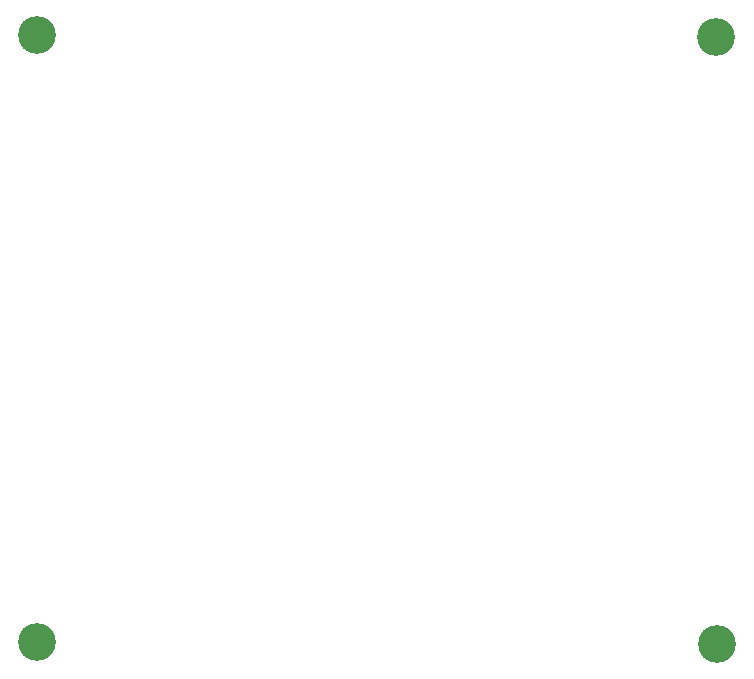
<source format=gbs>
G04 EAGLE Gerber RS-274X export*
G75*
%MOMM*%
%FSLAX34Y34*%
%LPD*%
%INSoldermask Bottom*%
%IPPOS*%
%AMOC8*
5,1,8,0,0,1.08239X$1,22.5*%
G01*
%ADD10C,3.203200*%


D10*
X678543Y134963D03*
X678066Y649197D03*
X102781Y650649D03*
X103065Y136857D03*
M02*

</source>
